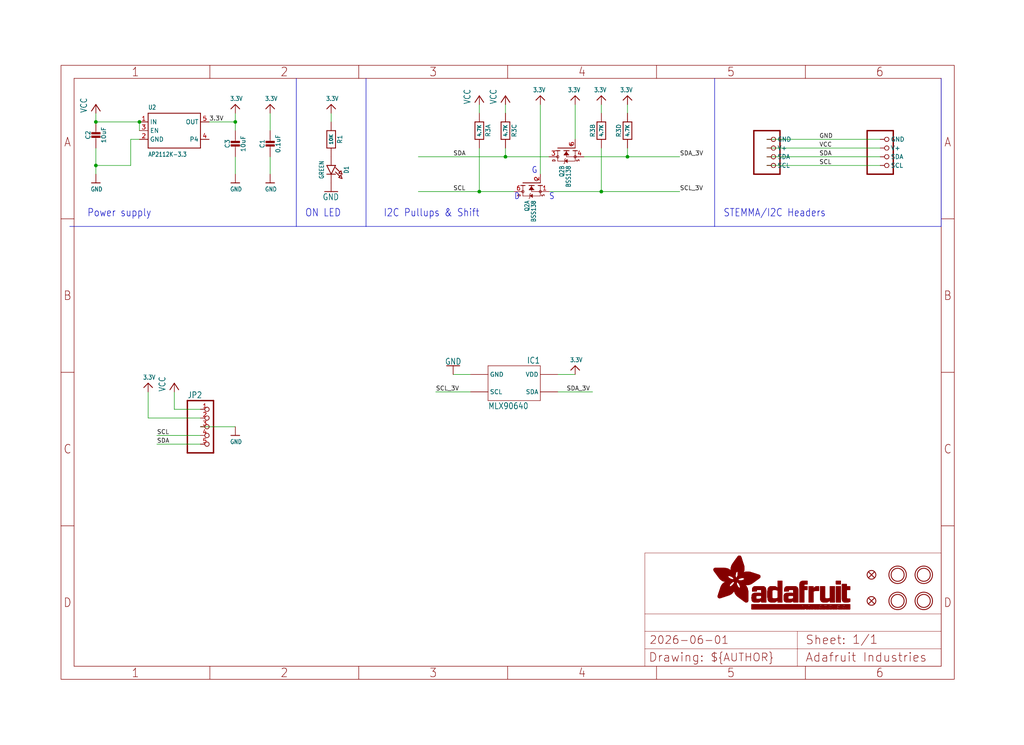
<source format=kicad_sch>
(kicad_sch (version 20230121) (generator eeschema)
  (paper "User" 298.45 217.322)
  (lib_symbols
    (symbol "working-eagle-import:3.3V" (power)
      (property "Value" "3.3V" (at -1.524 1.016 0))
      (symbol "3.3V_1_0"
        (pin power_in line (at 0 -2.54 90) (length 2.54) (name "3.3V") (number "1"))
      )
    )
    (symbol "working-eagle-import:CAP_CERAMIC0603_NO"
      (property "Reference" "C" (at -2.29 1.25 90))
      (symbol "CAP_CERAMIC0603_NO_1_0"
        (pin passive line (at 0 5.08 270) (length 2.54) (name "1") (number "1"))
        (pin passive line (at 0 -2.54 90) (length 2.54) (name "2") (number "2"))
      )
    )
    (symbol "working-eagle-import:CAP_CERAMIC0805-NOOUTLINE"
      (property "Reference" "C" (at -2.29 1.25 90))
      (symbol "CAP_CERAMIC0805-NOOUTLINE_1_0"
        (pin passive line (at 0 5.08 270) (length 2.54) (name "1") (number "1"))
        (pin passive line (at 0 -2.54 90) (length 2.54) (name "2") (number "2"))
      )
    )
    (symbol "working-eagle-import:FIDUCIAL_1MM")
    (symbol "working-eagle-import:FRAME_A4_ADAFRUIT"
      (symbol "FRAME_A4_ADAFRUIT_1_0"
        (text "${#}/${##}" (at 230.505 10.16 0) (effects (font (size 2.54 2.54)) (justify left bottom)))
        (text "${AUTHOR}" (at 189.23 5.08 0) (effects (font (size 2.286 2.286)) (justify left bottom)))
        (text "${CURRENT_DATE}" (at 171.45 10.16 0) (effects (font (size 2.286 2.286)) (justify left bottom)))
        (text "${PROJECTNAME}" (at 171.45 15.24 0) (effects (font (size 2.54 2.54)) (justify left bottom)))
        (text "1" (at 21.6958 1.905 0) (effects (font (size 2.54 2.286))))
        (text "1" (at 21.6958 177.165 0) (effects (font (size 2.54 2.286))))
        (text "2" (at 65.0875 1.905 0) (effects (font (size 2.54 2.286))))
        (text "2" (at 65.0875 177.165 0) (effects (font (size 2.54 2.286))))
        (text "3" (at 108.4792 1.905 0) (effects (font (size 2.54 2.286))))
        (text "3" (at 108.4792 177.165 0) (effects (font (size 2.54 2.286))))
        (text "4" (at 151.8708 1.905 0) (effects (font (size 2.54 2.286))))
        (text "4" (at 151.8708 177.165 0) (effects (font (size 2.54 2.286))))
        (text "5" (at 195.2625 1.905 0) (effects (font (size 2.54 2.286))))
        (text "5" (at 195.2625 177.165 0) (effects (font (size 2.54 2.286))))
        (text "6" (at 238.6542 1.905 0) (effects (font (size 2.54 2.286))))
        (text "6" (at 238.6542 177.165 0) (effects (font (size 2.54 2.286))))
        (text "A" (at 1.905 156.6863 0) (effects (font (size 2.54 2.286))))
        (text "A" (at 258.445 156.6863 0) (effects (font (size 2.54 2.286))))
        (text "Adafruit Industries" (at 216.916 4.953 0) (effects (font (size 2.54 2.54)) (justify left bottom)))
        (text "B" (at 1.905 111.9188 0) (effects (font (size 2.54 2.286))))
        (text "B" (at 258.445 111.9188 0) (effects (font (size 2.54 2.286))))
        (text "C" (at 1.905 67.1513 0) (effects (font (size 2.54 2.286))))
        (text "C" (at 258.445 67.1513 0) (effects (font (size 2.54 2.286))))
        (text "D" (at 1.905 22.3838 0) (effects (font (size 2.54 2.286))))
        (text "D" (at 258.445 22.3838 0) (effects (font (size 2.54 2.286))))
        (text "Drawing:" (at 171.196 4.953 0) (effects (font (size 2.54 2.54)) (justify left bottom)))
        (text "Sheet:" (at 216.916 10.033 0) (effects (font (size 2.54 2.54)) (justify left bottom)))
      )
    )
    (symbol "working-eagle-import:GND" (power)
      (property "Value" "GND" (at -1.524 -2.54 0))
      (symbol "GND_1_0"
        (pin power_in line (at 0 2.54 270) (length 2.54) (name "GND") (number "1"))
      )
    )
    (symbol "working-eagle-import:HEADER-1X5ROUND"
      (property "Reference" "JP" (at -6.35 8.255 0))
      (symbol "HEADER-1X5ROUND_1_0"
        (pin passive inverted (at -2.54 5.08 0) (length 2.54) (name "1") (number "1"))
        (pin passive inverted (at -2.54 2.54 0) (length 2.54) (name "2") (number "2"))
        (pin passive inverted (at -2.54 0 0) (length 2.54) (name "3") (number "3"))
        (pin passive inverted (at -2.54 -2.54 0) (length 2.54) (name "4") (number "4"))
        (pin passive inverted (at -2.54 -5.08 0) (length 2.54) (name "5") (number "5"))
      )
    )
    (symbol "working-eagle-import:LED0603_NOOUTLINE"
      (property "Reference" "D" (at -1.27 4.445 0))
      (symbol "LED0603_NOOUTLINE_1_0"
        (pin passive line (at -5.08 0 0) (length 2.54) (name "A") (number "A"))
        (pin passive line (at 2.54 0 180) (length 2.54) (name "C") (number "C"))
      )
    )
    (symbol "working-eagle-import:MLX90640"
      (property "Reference" "IC" (at 7.62 7.62 0))
      (symbol "MLX90640_1_0"
        (pin power_in line (at -12.7 2.54 0) (length 5.08) (name "GND") (number "GND"))
        (pin bidirectional line (at -12.7 -2.54 0) (length 5.08) (name "SCL") (number "SCL"))
        (pin bidirectional line (at 12.7 -2.54 180) (length 5.08) (name "SDA") (number "SDA"))
        (pin power_in line (at 12.7 2.54 180) (length 5.08) (name "VDD") (number "VDD"))
      )
    )
    (symbol "working-eagle-import:MOSFET-N_DUAL"
      (property "Reference" "Q" (at 5.08 0.635 0))
      (symbol "MOSFET-N_DUAL_1_0"
        (text "D" (at 3.175 3.175 0) (effects (font (size 0.8128 0.6908)) (justify left bottom)))
        (text "G" (at -1.27 -1.905 0) (effects (font (size 0.8128 0.6908)) (justify left bottom)))
        (text "S" (at 3.175 -3.81 0) (effects (font (size 0.8128 0.6908)) (justify left bottom)))
        (pin bidirectional line (at 2.54 -5.08 90) (length 2.54) (name "S") (number "1"))
        (pin bidirectional line (at -2.54 -2.54 0) (length 2.54) (name "G") (number "2"))
        (pin bidirectional line (at 2.54 5.08 270) (length 2.54) (name "D") (number "6"))
      )
      (symbol "MOSFET-N_DUAL_2_0"
        (text "D" (at 3.175 3.175 0) (effects (font (size 0.8128 0.6908)) (justify left bottom)))
        (text "G" (at -1.27 -1.905 0) (effects (font (size 0.8128 0.6908)) (justify left bottom)))
        (text "S" (at 3.175 -3.81 0) (effects (font (size 0.8128 0.6908)) (justify left bottom)))
        (pin bidirectional line (at 2.54 5.08 270) (length 2.54) (name "D") (number "3"))
        (pin bidirectional line (at 2.54 -5.08 90) (length 2.54) (name "S") (number "4"))
        (pin bidirectional line (at -2.54 -2.54 0) (length 2.54) (name "G") (number "5"))
      )
    )
    (symbol "working-eagle-import:MOUNTINGHOLE2.5")
    (symbol "working-eagle-import:RESISTOR_0603_NOOUT"
      (property "Reference" "R" (at 0 2.54 0))
      (symbol "RESISTOR_0603_NOOUT_1_0"
        (pin passive line (at -5.08 0 0) (length 2.54) (name "1") (number "1"))
        (pin passive line (at 5.08 0 180) (length 2.54) (name "2") (number "2"))
      )
    )
    (symbol "working-eagle-import:RESISTOR_4PACK"
      (property "Reference" "R" (at 0 2.54 0))
      (symbol "RESISTOR_4PACK_1_0"
        (pin passive line (at -5.08 0 0) (length 2.54) (name "1") (number "1"))
        (pin passive line (at 5.08 0 180) (length 2.54) (name "2") (number "8"))
      )
      (symbol "RESISTOR_4PACK_2_0"
        (pin passive line (at -5.08 0 0) (length 2.54) (name "1") (number "2"))
        (pin passive line (at 5.08 0 180) (length 2.54) (name "2") (number "7"))
      )
      (symbol "RESISTOR_4PACK_3_0"
        (pin passive line (at -5.08 0 0) (length 2.54) (name "1") (number "3"))
        (pin passive line (at 5.08 0 180) (length 2.54) (name "2") (number "6"))
      )
      (symbol "RESISTOR_4PACK_4_0"
        (pin passive line (at -5.08 0 0) (length 2.54) (name "1") (number "4"))
        (pin passive line (at 5.08 0 180) (length 2.54) (name "2") (number "5"))
      )
    )
    (symbol "working-eagle-import:STEMMA_I2C_QT"
      (symbol "STEMMA_I2C_QT_1_0"
        (pin passive inverted (at 0 5.08 0) (length 2.54) (name "GND") (number "1"))
        (pin passive inverted (at 0 2.54 0) (length 2.54) (name "V+") (number "2"))
        (pin passive inverted (at 0 0 0) (length 2.54) (name "SDA") (number "3"))
        (pin passive inverted (at 0 -2.54 0) (length 2.54) (name "SCL") (number "4"))
      )
      (symbol "STEMMA_I2C_QT_2_0"
        (pin bidirectional line (at 0 0 0) (length 5.08) (name "MT") (number "MT1"))
      )
      (symbol "STEMMA_I2C_QT_3_0"
        (pin bidirectional line (at 0 0 0) (length 5.08) (name "MT") (number "MT2"))
      )
    )
    (symbol "working-eagle-import:SparkFun-PowerSymbols_GND" (power)
      (property "Value" "SparkFun-PowerSymbols_GND" (at 0 -0.254 0))
      (symbol "SparkFun-PowerSymbols_GND_1_0"
        (pin power_in line (at 0 2.54 270) (length 2.54) (name "GND") (number "1"))
      )
    )
    (symbol "working-eagle-import:VCC" (power)
      (property "Value" "VCC" (at -2.54 -2.54 90))
      (symbol "VCC_1_0"
        (pin power_in line (at 0 -2.54 90) (length 2.54) (name "VCC") (number "1"))
      )
    )
    (symbol "working-eagle-import:VREG_SOT23-5"
      (property "Reference" "U" (at -7.62 6.096 0))
      (symbol "VREG_SOT23-5_1_0"
        (pin power_in line (at -10.16 2.54 0) (length 2.54) (name "IN") (number "1"))
        (pin power_in line (at -10.16 -2.54 0) (length 2.54) (name "GND") (number "2"))
        (pin input line (at -10.16 0 0) (length 2.54) (name "EN") (number "3"))
        (pin bidirectional line (at 10.16 -2.54 180) (length 2.54) (name "P4") (number "4"))
        (pin power_in line (at 10.16 2.54 180) (length 2.54) (name "OUT") (number "5"))
      )
    )
    (symbol "working-eagle-import:supply1_GND" (power)
      (property "Value" "supply1_GND" (at -2.54 -2.54 0))
      (symbol "supply1_GND_1_0"
        (pin power_in line (at 0 2.54 270) (length 2.54) (name "GND") (number "1"))
      )
    )
  )
  (junction (at 147.32 45.72))
  (junction (at 139.7 55.88))
  (junction (at 175.26 55.88))
  (junction (at 68.58 35.56))
  (junction (at 27.94 48.26))
  (junction (at 40.64 35.56))
  (junction (at 27.94 35.56))
  (junction (at 182.88 45.72))
  (wire (pts (xy 58.42 127) (xy 45.72 127)) (stroke (width 0.1524)))
  (wire (pts (xy 40.64 40.64) (xy 38.1 40.64)) (stroke (width 0.1524)))
  (wire (pts (xy 167.64 109.22) (xy 162.56 109.22)) (stroke (width 0.1524)))
  (wire (pts (xy 27.94 48.26) (xy 27.94 43.18)) (stroke (width 0.1524)))
  (polyline (pts (xy 86.36 66.04) (xy 106.68 66.04)) (stroke (width 0.1524) (type solid)))
  (wire (pts (xy 60.96 35.56) (xy 68.58 35.56)) (stroke (width 0.1524)))
  (wire (pts (xy 182.88 45.72) (xy 198.12 45.72)) (stroke (width 0.1524)))
  (wire (pts (xy 175.26 43.18) (xy 175.26 55.88)) (stroke (width 0.1524)))
  (wire (pts (xy 43.18 121.92) (xy 43.18 114.3)) (stroke (width 0.1524)))
  (wire (pts (xy 162.56 114.3) (xy 172.72 114.3)) (stroke (width 0.1524)))
  (wire (pts (xy 182.88 33.02) (xy 182.88 30.48)) (stroke (width 0.1524)))
  (wire (pts (xy 40.64 35.56) (xy 27.94 35.56)) (stroke (width 0.1524)))
  (wire (pts (xy 78.74 33.02) (xy 78.74 38.1)) (stroke (width 0.1524)))
  (wire (pts (xy 58.42 119.38) (xy 50.8 119.38)) (stroke (width 0.1524)))
  (polyline (pts (xy 208.28 22.86) (xy 208.28 66.04)) (stroke (width 0.1524) (type solid)))
  (polyline (pts (xy 106.68 22.86) (xy 106.68 66.04)) (stroke (width 0.1524) (type solid)))
  (wire (pts (xy 256.54 40.64) (xy 223.52 40.64)) (stroke (width 0.1524)))
  (wire (pts (xy 27.94 33.02) (xy 27.94 35.56)) (stroke (width 0.1524)))
  (wire (pts (xy 167.64 40.64) (xy 167.64 30.48)) (stroke (width 0.1524)))
  (wire (pts (xy 182.88 43.18) (xy 182.88 45.72)) (stroke (width 0.1524)))
  (wire (pts (xy 38.1 40.64) (xy 38.1 48.26)) (stroke (width 0.1524)))
  (wire (pts (xy 68.58 35.56) (xy 68.58 38.1)) (stroke (width 0.1524)))
  (polyline (pts (xy 208.28 66.04) (xy 274.32 66.04)) (stroke (width 0.1524) (type solid)))
  (wire (pts (xy 58.42 121.92) (xy 43.18 121.92)) (stroke (width 0.1524)))
  (wire (pts (xy 223.52 43.18) (xy 256.54 43.18)) (stroke (width 0.1524)))
  (wire (pts (xy 27.94 48.26) (xy 27.94 50.8)) (stroke (width 0.1524)))
  (wire (pts (xy 139.7 30.48) (xy 139.7 33.02)) (stroke (width 0.1524)))
  (wire (pts (xy 160.02 55.88) (xy 175.26 55.88)) (stroke (width 0.1524)))
  (wire (pts (xy 147.32 45.72) (xy 121.92 45.72)) (stroke (width 0.1524)))
  (wire (pts (xy 256.54 45.72) (xy 223.52 45.72)) (stroke (width 0.1524)))
  (wire (pts (xy 58.42 124.46) (xy 68.58 124.46)) (stroke (width 0.1524)))
  (wire (pts (xy 160.02 45.72) (xy 147.32 45.72)) (stroke (width 0.1524)))
  (wire (pts (xy 147.32 43.18) (xy 147.32 45.72)) (stroke (width 0.1524)))
  (wire (pts (xy 157.48 50.8) (xy 157.48 30.48)) (stroke (width 0.1524)))
  (wire (pts (xy 175.26 33.02) (xy 175.26 30.48)) (stroke (width 0.1524)))
  (wire (pts (xy 175.26 55.88) (xy 198.12 55.88)) (stroke (width 0.1524)))
  (wire (pts (xy 223.52 48.26) (xy 256.54 48.26)) (stroke (width 0.1524)))
  (wire (pts (xy 132.08 109.22) (xy 137.16 109.22)) (stroke (width 0.1524)))
  (wire (pts (xy 147.32 33.02) (xy 147.32 30.48)) (stroke (width 0.1524)))
  (wire (pts (xy 40.64 38.1) (xy 40.64 35.56)) (stroke (width 0.1524)))
  (wire (pts (xy 78.74 45.72) (xy 78.74 50.8)) (stroke (width 0.1524)))
  (wire (pts (xy 149.86 55.88) (xy 139.7 55.88)) (stroke (width 0.1524)))
  (polyline (pts (xy 86.36 22.86) (xy 86.36 66.04)) (stroke (width 0.1524) (type solid)))
  (wire (pts (xy 50.8 119.38) (xy 50.8 114.3)) (stroke (width 0.1524)))
  (wire (pts (xy 38.1 48.26) (xy 27.94 48.26)) (stroke (width 0.1524)))
  (wire (pts (xy 137.16 114.3) (xy 127 114.3)) (stroke (width 0.1524)))
  (wire (pts (xy 96.52 33.02) (xy 96.52 35.56)) (stroke (width 0.1524)))
  (polyline (pts (xy 274.32 22.86) (xy 274.32 66.04)) (stroke (width 0.1524) (type solid)))
  (wire (pts (xy 58.42 129.54) (xy 45.72 129.54)) (stroke (width 0.1524)))
  (wire (pts (xy 139.7 55.88) (xy 121.92 55.88)) (stroke (width 0.1524)))
  (wire (pts (xy 68.58 35.56) (xy 68.58 33.02)) (stroke (width 0.1524)))
  (wire (pts (xy 68.58 45.72) (xy 68.58 50.8)) (stroke (width 0.1524)))
  (wire (pts (xy 170.18 45.72) (xy 182.88 45.72)) (stroke (width 0.1524)))
  (polyline (pts (xy 20.32 66.04) (xy 86.36 66.04)) (stroke (width 0.1524) (type solid)))
  (polyline (pts (xy 106.68 66.04) (xy 208.28 66.04)) (stroke (width 0.1524) (type solid)))
  (wire (pts (xy 139.7 43.18) (xy 139.7 55.88)) (stroke (width 0.1524)))
  (text "D" (at 149.86 58.42 0) (effects (font (size 1.778 1.5113)) (justify left bottom)))
  (text "G" (at 154.94 50.8 0) (effects (font (size 1.778 1.5113)) (justify left bottom)))
  (text "I2C Pullups & Shift" (at 111.76 63.5 0) (effects (font (size 2.1844 1.8567)) (justify left bottom)))
  (text "ON LED" (at 88.9 63.5 0) (effects (font (size 2.1844 1.8567)) (justify left bottom)))
  (text "S" (at 160.02 58.42 0) (effects (font (size 1.778 1.5113)) (justify left bottom)))
  (text "Power supply" (at 25.4 63.5 0) (effects (font (size 2.1844 1.8567)) (justify left bottom)))
  (text "STEMMA/I2C Headers" (at 210.82 63.5 0) (effects (font (size 2.1844 1.8567)) (justify left bottom)))
  (label "GND" (at 238.76 40.64 0) (effects (font (size 1.2446 1.2446))))
  (label "3.3V" (at 60.96 35.56 0) (effects (font (size 1.2446 1.2446))))
  (label "SCL" (at 45.72 127 0) (effects (font (size 1.2446 1.2446))))
  (label "SDA" (at 238.76 45.72 0) (effects (font (size 1.2446 1.2446))))
  (label "SDA_3V" (at 165.1 114.3 0) (effects (font (size 1.2446 1.2446))))
  (label "VCC" (at 238.76 43.18 0) (effects (font (size 1.2446 1.2446))))
  (label "SCL" (at 132.08 55.88 0) (effects (font (size 1.2446 1.2446))))
  (label "SCL" (at 238.76 48.26 0) (effects (font (size 1.2446 1.2446))))
  (label "SDA" (at 132.08 45.72 0) (effects (font (size 1.2446 1.2446))))
  (label "SCL_3V" (at 127 114.3 0) (effects (font (size 1.2446 1.2446))))
  (label "SDA_3V" (at 198.12 45.72 0) (effects (font (size 1.2446 1.2446))))
  (label "SCL_3V" (at 198.12 55.88 0) (effects (font (size 1.2446 1.2446))))
  (label "SDA" (at 45.72 129.54 0) (effects (font (size 1.2446 1.2446))))
  (symbol (lib_id "working-eagle-import:FIDUCIAL_1MM") (at 254 175.26 0) (unit 1)
    (property "Reference" "FID3" (effects hide))
    (property "Value" "FIDUCIAL_1MM" (effects hide))
    (property "Footprint" "working:FIDUCIAL_1MM" (effects hide))
  )
  (symbol (lib_id "working-eagle-import:3.3V") (at 78.74 30.48 0) (unit 1)
    (property "Reference" "#U$14" (effects hide))
    (property "Value" "3.3V" (at 77.216 29.464 0) (effects (font (size 1.27 1.0795)) (justify left bottom)))
  )
  (symbol (lib_id "working-eagle-import:MOUNTINGHOLE2.5") (at 269.24 167.64 0) (unit 1)
    (property "Reference" "U$19" (effects hide))
    (property "Value" "MOUNTINGHOLE2.5" (effects hide))
    (property "Footprint" "working:MOUNTINGHOLE_2.5_PLATED" (effects hide))
  )
  (symbol (lib_id "working-eagle-import:MOSFET-N_DUAL") (at 165.1 43.18 90) (mirror x) (unit 2)
    (property "Reference" "Q2" (at 164.465 48.26 0) (effects (font (size 1.27 1.0795)) (justify left bottom)))
    (property "Value" "BSS138" (at 166.37 48.26 0) (effects (font (size 1.27 1.0795)) (justify left bottom)))
    (property "Footprint" "working:SOT363" (effects hide))
  )
  (symbol (lib_id "working-eagle-import:GND") (at 78.74 53.34 0) (unit 1)
    (property "Reference" "#U$6" (effects hide))
    (property "Value" "GND" (at 77.216 55.88 0) (effects (font (size 1.27 1.0795)) (justify left bottom)))
  )
  (symbol (lib_id "working-eagle-import:RESISTOR_4PACK") (at 139.7 38.1 270) (unit 1)
    (property "Reference" "R3" (at 142.24 38.1 0))
    (property "Value" "4.7K" (at 139.7 38.1 0) (effects (font (size 1.016 1.016) bold)))
    (property "Footprint" "working:RESPACK_4X0603" (effects hide))
  )
  (symbol (lib_id "working-eagle-import:3.3V") (at 43.18 111.76 0) (unit 1)
    (property "Reference" "#U$16" (effects hide))
    (property "Value" "3.3V" (at 41.656 110.744 0) (effects (font (size 1.27 1.0795)) (justify left bottom)))
  )
  (symbol (lib_id "working-eagle-import:3.3V") (at 68.58 30.48 0) (unit 1)
    (property "Reference" "#U$15" (effects hide))
    (property "Value" "3.3V" (at 67.056 29.464 0) (effects (font (size 1.27 1.0795)) (justify left bottom)))
  )
  (symbol (lib_id "working-eagle-import:CAP_CERAMIC0805-NOOUTLINE") (at 27.94 40.64 0) (unit 1)
    (property "Reference" "C2" (at 25.65 39.39 90))
    (property "Value" "10uF" (at 30.24 39.39 90))
    (property "Footprint" "working:0805-NO" (effects hide))
  )
  (symbol (lib_id "working-eagle-import:VREG_SOT23-5") (at 50.8 38.1 0) (unit 1)
    (property "Reference" "U2" (at 43.18 32.004 0) (effects (font (size 1.27 1.0795)) (justify left bottom)))
    (property "Value" "AP2112K-3.3" (at 43.18 45.72 0) (effects (font (size 1.27 1.0795)) (justify left bottom)))
    (property "Footprint" "working:SOT23-5" (effects hide))
  )
  (symbol (lib_id "working-eagle-import:STEMMA_I2C_QT") (at 256.54 45.72 0) (unit 1)
    (property "Reference" "CONN4" (effects hide))
    (property "Value" "STEMMA_I2C_QT" (effects hide))
    (property "Footprint" "working:JST_SH4" (effects hide))
  )
  (symbol (lib_id "working-eagle-import:CAP_CERAMIC0603_NO") (at 78.74 43.18 0) (unit 1)
    (property "Reference" "C1" (at 76.45 41.93 90))
    (property "Value" "0.1uF" (at 81.04 41.93 90))
    (property "Footprint" "working:0603-NO" (effects hide))
  )
  (symbol (lib_id "working-eagle-import:3.3V") (at 175.26 27.94 0) (mirror y) (unit 1)
    (property "Reference" "#U$24" (effects hide))
    (property "Value" "3.3V" (at 176.784 26.924 0) (effects (font (size 1.27 1.0795)) (justify left bottom)))
  )
  (symbol (lib_id "working-eagle-import:3.3V") (at 182.88 27.94 0) (mirror y) (unit 1)
    (property "Reference" "#U$7" (effects hide))
    (property "Value" "3.3V" (at 184.404 26.924 0) (effects (font (size 1.27 1.0795)) (justify left bottom)))
  )
  (symbol (lib_id "working-eagle-import:GND") (at 68.58 53.34 0) (unit 1)
    (property "Reference" "#U$5" (effects hide))
    (property "Value" "GND" (at 67.056 55.88 0) (effects (font (size 1.27 1.0795)) (justify left bottom)))
  )
  (symbol (lib_id "working-eagle-import:3.3V") (at 157.48 27.94 0) (mirror y) (unit 1)
    (property "Reference" "#U$26" (effects hide))
    (property "Value" "3.3V" (at 159.004 26.924 0) (effects (font (size 1.27 1.0795)) (justify left bottom)))
  )
  (symbol (lib_id "working-eagle-import:3.3V") (at 167.64 27.94 0) (mirror y) (unit 1)
    (property "Reference" "#U$23" (effects hide))
    (property "Value" "3.3V" (at 169.164 26.924 0) (effects (font (size 1.27 1.0795)) (justify left bottom)))
  )
  (symbol (lib_id "working-eagle-import:3.3V") (at 96.52 30.48 0) (unit 1)
    (property "Reference" "#U$3" (effects hide))
    (property "Value" "3.3V" (at 94.996 29.464 0) (effects (font (size 1.27 1.0795)) (justify left bottom)))
  )
  (symbol (lib_id "working-eagle-import:STEMMA_I2C_QT") (at 223.52 45.72 0) (unit 1)
    (property "Reference" "CONN3" (effects hide))
    (property "Value" "STEMMA_I2C_QT" (effects hide))
    (property "Footprint" "working:JST_SH4" (effects hide))
  )
  (symbol (lib_id "working-eagle-import:MOUNTINGHOLE2.5") (at 261.62 175.26 0) (unit 1)
    (property "Reference" "U$1" (effects hide))
    (property "Value" "MOUNTINGHOLE2.5" (effects hide))
    (property "Footprint" "working:MOUNTINGHOLE_2.5_PLATED" (effects hide))
  )
  (symbol (lib_id "working-eagle-import:HEADER-1X5ROUND") (at 60.96 124.46 0) (unit 1)
    (property "Reference" "JP2" (at 54.61 116.205 0) (effects (font (size 1.778 1.5113)) (justify left bottom)))
    (property "Value" "HEADER-1X5ROUND" (effects hide))
    (property "Footprint" "working:1X05_ROUND" (effects hide))
  )
  (symbol (lib_id "working-eagle-import:MLX90640") (at 149.86 111.76 0) (unit 1)
    (property "Reference" "IC1" (at 157.48 104.14 0) (effects (font (size 1.778 1.5113)) (justify right top)))
    (property "Value" "MLX90640" (at 142.24 119.38 0) (effects (font (size 1.778 1.5113)) (justify left bottom)))
    (property "Footprint" "working:MLX90640" (effects hide))
  )
  (symbol (lib_id "working-eagle-import:RESISTOR_0603_NOOUT") (at 96.52 40.64 270) (unit 1)
    (property "Reference" "R1" (at 99.06 40.64 0))
    (property "Value" "10K" (at 96.52 40.64 0) (effects (font (size 1.016 1.016) bold)))
    (property "Footprint" "working:0603-NO" (effects hide))
  )
  (symbol (lib_id "working-eagle-import:CAP_CERAMIC0805-NOOUTLINE") (at 68.58 43.18 0) (unit 1)
    (property "Reference" "C3" (at 66.29 41.93 90))
    (property "Value" "10uF" (at 70.88 41.93 90))
    (property "Footprint" "working:0805-NO" (effects hide))
  )
  (symbol (lib_id "working-eagle-import:GND") (at 68.58 127 0) (unit 1)
    (property "Reference" "#U$10" (effects hide))
    (property "Value" "GND" (at 67.056 129.54 0) (effects (font (size 1.27 1.0795)) (justify left bottom)))
  )
  (symbol (lib_id "working-eagle-import:MOSFET-N_DUAL") (at 154.94 53.34 90) (mirror x) (unit 1)
    (property "Reference" "Q2" (at 154.305 58.42 0) (effects (font (size 1.27 1.0795)) (justify left bottom)))
    (property "Value" "BSS138" (at 156.21 58.42 0) (effects (font (size 1.27 1.0795)) (justify left bottom)))
    (property "Footprint" "working:SOT363" (effects hide))
  )
  (symbol (lib_id "working-eagle-import:FIDUCIAL_1MM") (at 254 167.64 0) (unit 1)
    (property "Reference" "FID4" (effects hide))
    (property "Value" "FIDUCIAL_1MM" (effects hide))
    (property "Footprint" "working:FIDUCIAL_1MM" (effects hide))
  )
  (symbol (lib_id "working-eagle-import:VCC") (at 50.8 111.76 0) (unit 1)
    (property "Reference" "#P+4" (effects hide))
    (property "Value" "VCC" (at 48.26 114.3 90) (effects (font (size 1.778 1.5113)) (justify left bottom)))
  )
  (symbol (lib_id "working-eagle-import:MOUNTINGHOLE2.5") (at 261.62 167.64 0) (unit 1)
    (property "Reference" "U$17" (effects hide))
    (property "Value" "MOUNTINGHOLE2.5" (effects hide))
    (property "Footprint" "working:MOUNTINGHOLE_2.5_PLATED" (effects hide))
  )
  (symbol (lib_id "working-eagle-import:RESISTOR_4PACK") (at 182.88 38.1 90) (mirror x) (unit 4)
    (property "Reference" "R3" (at 180.34 38.1 0))
    (property "Value" "4.7K" (at 182.88 38.1 0) (effects (font (size 1.016 1.016) bold)))
    (property "Footprint" "working:RESPACK_4X0603" (effects hide))
  )
  (symbol (lib_id "working-eagle-import:supply1_GND") (at 96.52 55.88 0) (unit 1)
    (property "Reference" "#GND6" (effects hide))
    (property "Value" "GND" (at 93.98 58.42 0) (effects (font (size 1.778 1.5113)) (justify left bottom)))
  )
  (symbol (lib_id "working-eagle-import:VCC") (at 139.7 27.94 0) (unit 1)
    (property "Reference" "#P+1" (effects hide))
    (property "Value" "VCC" (at 137.16 30.48 90) (effects (font (size 1.778 1.5113)) (justify left bottom)))
  )
  (symbol (lib_id "working-eagle-import:VCC") (at 147.32 27.94 0) (unit 1)
    (property "Reference" "#P+2" (effects hide))
    (property "Value" "VCC" (at 144.78 30.48 90) (effects (font (size 1.778 1.5113)) (justify left bottom)))
  )
  (symbol (lib_id "working-eagle-import:RESISTOR_4PACK") (at 147.32 38.1 270) (unit 3)
    (property "Reference" "R3" (at 149.86 38.1 0))
    (property "Value" "4.7K" (at 147.32 38.1 0) (effects (font (size 1.016 1.016) bold)))
    (property "Footprint" "working:RESPACK_4X0603" (effects hide))
  )
  (symbol (lib_id "working-eagle-import:SparkFun-PowerSymbols_GND") (at 132.08 106.68 180) (unit 1)
    (property "Reference" "#GND1" (effects hide))
    (property "Value" "GND" (at 132.08 106.426 0) (effects (font (size 1.778 1.5113)) (justify top)))
  )
  (symbol (lib_id "working-eagle-import:3.3V") (at 167.64 106.68 0) (unit 1)
    (property "Reference" "#U$2" (effects hide))
    (property "Value" "3.3V" (at 166.116 105.664 0) (effects (font (size 1.27 1.0795)) (justify left bottom)))
  )
  (symbol (lib_id "working-eagle-import:VCC") (at 27.94 30.48 0) (unit 1)
    (property "Reference" "#P+3" (effects hide))
    (property "Value" "VCC" (at 25.4 33.02 90) (effects (font (size 1.778 1.5113)) (justify left bottom)))
  )
  (symbol (lib_id "working-eagle-import:RESISTOR_4PACK") (at 175.26 38.1 90) (mirror x) (unit 2)
    (property "Reference" "R3" (at 172.72 38.1 0))
    (property "Value" "4.7K" (at 175.26 38.1 0) (effects (font (size 1.016 1.016) bold)))
    (property "Footprint" "working:RESPACK_4X0603" (effects hide))
  )
  (symbol (lib_id "working-eagle-import:GND") (at 27.94 53.34 0) (unit 1)
    (property "Reference" "#U$13" (effects hide))
    (property "Value" "GND" (at 26.416 55.88 0) (effects (font (size 1.27 1.0795)) (justify left bottom)))
  )
  (symbol (lib_id "working-eagle-import:FRAME_A4_ADAFRUIT") (at 17.78 198.12 0) (unit 1)
    (property "Reference" "#U$18" (effects hide))
    (property "Value" "FRAME_A4_ADAFRUIT" (effects hide))
  )
  (symbol (lib_id "working-eagle-import:LED0603_NOOUTLINE") (at 96.52 50.8 270) (unit 1)
    (property "Reference" "D1" (at 100.965 49.53 0) (effects (font (size 1.27 1.0795))))
    (property "Value" "GREEN" (at 93.726 49.53 0) (effects (font (size 1.27 1.0795))))
    (property "Footprint" "working:CHIPLED_0603_NOOUTLINE" (effects hide))
  )
  (symbol (lib_id "working-eagle-import:MOUNTINGHOLE2.5") (at 269.24 175.26 0) (unit 1)
    (property "Reference" "U$21" (effects hide))
    (property "Value" "MOUNTINGHOLE2.5" (effects hide))
    (property "Footprint" "working:MOUNTINGHOLE_2.5_PLATED" (effects hide))
  )
)
</source>
